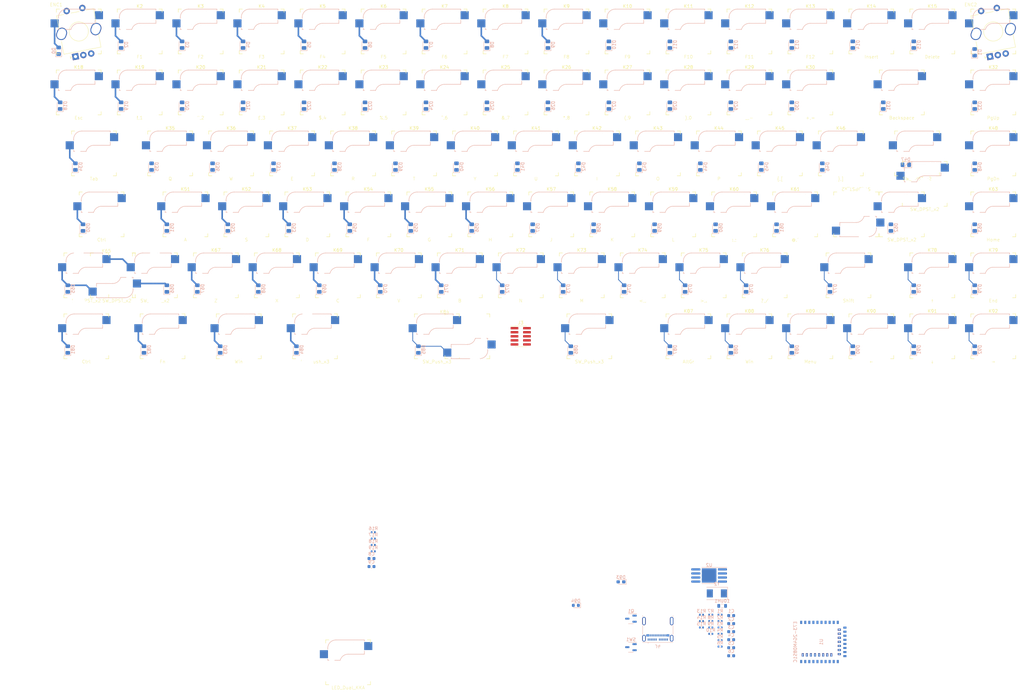
<source format=kicad_pcb>
(kicad_pcb (version 20230913) (generator pcbnew)
  (layers (0 "F.Cu" signal) (31 "B.Cu" signal) (34 "B.Paste" user) (35 "F.Paste" user) (36 "B.SilkS" user "B.Silkscreen") (37 "F.SilkS" user "F.Silkscreen") (38 "B.Mask" user) (39 "F.Mask" user) (44 "Edge.Cuts" user))
  (net 0 "")
  (net 1 "Net-(D0-A)")
  (net 2 "Net-(D1-A)")
  (net 3 "Net-(D2-A)")
  (net 4 "Net-(D3-A)")
  (net 5 "/Row_0")
  (net 6 "/Row_1")
  (net 7 "/Row_2")
  (net 8 "/Row_3")
  (net 9 "/Row_4")
  (net 10 "/Row_5")
  (net 11 "/Col_1")
  (net 12 "/Col_2")
  (net 13 "/Col_3")
  (net 14 "/Col_4")
  (net 15 "/Col_5")
  (net 16 "/Col_6")
  (net 17 "/Col_7")
  (net 18 "/Col_8")
  (net 19 "/Col_9")
  (net 20 "/Col_10")
  (net 21 "/Col_11")
  (net 22 "/Col_12")
  (net 23 "/Col_13")
  (net 24 "/Col_14")
  (net 25 "/Col_15")
  (net 26 "Net-(D4-A)")
  (net 27 "Net-(D5-A)")
  (net 28 "Net-(D6-A)")
  (net 29 "Net-(D7-A)")
  (net 30 "Net-(D8-A)")
  (net 31 "Net-(D9-A)")
  (net 32 "Net-(D10-A)")
  (net 33 "Net-(D11-A)")
  (net 34 "Net-(D12-A)")
  (net 35 "Net-(D13-A)")
  (net 36 "Net-(D14-A)")
  (net 37 "Net-(D15-A)")
  (net 38 "Net-(D18-A)")
  (net 39 "Net-(D19-A)")
  (net 40 "Net-(D20-A)")
  (net 41 "Net-(D21-A)")
  (net 42 "Net-(D22-A)")
  (net 43 "Net-(D23-A)")
  (net 44 "Net-(D24-A)")
  (net 45 "Net-(D25-A)")
  (net 46 "Net-(D26-A)")
  (net 47 "Net-(D27-A)")
  (net 48 "Net-(D28-A)")
  (net 49 "Net-(D29-A)")
  (net 50 "Net-(D30-A)")
  (net 51 "Net-(D31-A)")
  (net 52 "Net-(D32-A)")
  (net 53 "Net-(D34-A)")
  (net 54 "Net-(D35-A)")
  (net 55 "Net-(D36-A)")
  (net 56 "Net-(D37-A)")
  (net 57 "Net-(D38-A)")
  (net 58 "Net-(D39-A)")
  (net 59 "Net-(D40-A)")
  (net 60 "Net-(D41-A)")
  (net 61 "Net-(D42-A)")
  (net 62 "Net-(D43-A)")
  (net 63 "Net-(D44-A)")
  (net 64 "Net-(D45-A)")
  (net 65 "Net-(D46-A)")
  (net 66 "Net-(D47-A)")
  (net 67 "Net-(D48-A)")
  (net 68 "Net-(D50-A)")
  (net 69 "Net-(D51-A)")
  (net 70 "Net-(D52-A)")
  (net 71 "Net-(D53-A)")
  (net 72 "Net-(D54-A)")
  (net 73 "Net-(D55-A)")
  (net 74 "Net-(D56-A)")
  (net 75 "Net-(D57-A)")
  (net 76 "Net-(D58-A)")
  (net 77 "Net-(D59-A)")
  (net 78 "Net-(D60-A)")
  (net 79 "Net-(D61-A)")
  (net 80 "Net-(D62-A)")
  (net 81 "Net-(D63-A)")
  (net 82 "Net-(D65-A)")
  (net 83 "Net-(D66-A)")
  (net 84 "Net-(D67-A)")
  (net 85 "Net-(D68-A)")
  (net 86 "Net-(D69-A)")
  (net 87 "Net-(D70-A)")
  (net 88 "Net-(D71-A)")
  (net 89 "Net-(D72-A)")
  (net 90 "Net-(D73-A)")
  (net 91 "Net-(D74-A)")
  (net 92 "Net-(D75-A)")
  (net 93 "Net-(D76-A)")
  (net 94 "Net-(D77-A)")
  (net 95 "Net-(D78-A)")
  (net 96 "Net-(D79-A)")
  (net 97 "Net-(D81-A)")
  (net 98 "Net-(D82-A)")
  (net 99 "Net-(D83-A)")
  (net 100 "Net-(D84-A)")
  (net 101 "Net-(D85-A)")
  (net 102 "Net-(D86-A)")
  (net 103 "Net-(D87-A)")
  (net 104 "Net-(D88-A)")
  (net 105 "Net-(D89-A)")
  (net 106 "Net-(D90-A)")
  (net 107 "Net-(D91-A)")
  (net 108 "Net-(D92-A)")
  (net 109 "/Enc1_a")
  (net 110 "/Enc1_b")
  (net 111 "GND")
  (net 112 "VDD")
  (net 113 "SWDIO")
  (net 114 "SWDCLK")
  (net 118 "~{RESET}")
  (net 119 "VBUS")
  (net 120 "/CC1")
  (net 121 "USB_D+")
  (net 122 "USB_D-")
  (net 124 "/CC2")
  (net 126 "Net-(U1-USB_D+)")
  (net 127 "Net-(U1-USB_D-)")
  (net 128 "Net-(U1-P0.00{slash}XL1)")
  (net 129 "Net-(U1-P0.01{slash}XL2)")
  (net 130 "Net-(ENC2-PadB)")
  (net 131 "Net-(ENC1-PadA)")
  (net 132 "Net-(ENC1-PadB)")
  (net 133 "Net-(U1-DCCH)")
  (net 134 "Net-(ENC2-PadA)")
  (net 135 "Net-(D93-K)")
  (net 136 "Net-(U1-P0.10{slash}NFC2)")
  (net 141 "VBAT")
  (net 142 "VSYS")
  (net 143 "Net-(Q1-D)")
  (net 144 "Net-(U2-PROG)")
  (net 145 "BAT_MEASURE")
  (net 146 "Net-(LED_BAT1-K2)")
  (net 147 "Net-(LED_BAT1-K1)")
  (footprint "Library:SW_Cherry_MX_1.00u_PCB" (layer "F.Cu") (at 115.265 24.765)
    (property "Reference" "K4")
    (property "Value" "F3")
  )
  (footprint "Library:SW_Cherry_MX_1.00u_PCB" (layer "F.Cu") (at 277.19 62.865)
    (property "Reference" "K45")
    (property "Value" "{,[")
  )
  (footprint "Library:SW_Cherry_MX_1.00u_PCB" (layer "F.Cu") (at 286.715 120.015)
    (property "Reference" "K89")
    (property "Value" "Menu")
  )
  (footprint "Library:SW_Cherry_MX_1.00u_PCB" (layer "F.Cu") (at 196.2275 100.965)
    (property "Reference" "K72")
    (property "Value" "N")
  )
  (footprint "Library:SW_Cherry_MX_1.00u_PCB" (layer "F.Cu") (at 229.565 24.765)
    (property "Reference" "K10")
    (property "Value" "F9")
  )
  (footprint "Library:SW_Cherry_MX_1.00u_PCB" (layer "F.Cu") (at 115.265 43.815)
    (property "Reference" "K21")
    (property "Value" "£,3")
  )
  (footprint "Library:SW_Cherry_MX_1.00u_PCB" (layer "F.Cu") (at 305.765 120.015)
    (property "Reference" "K90")
    (property "Value" "←")
  )
  (footprint "Library:SW_Cherry_MX_1.00u_PCB" (layer "F.Cu") (at 96.215 43.815)
    (property "Reference" "K20")
    (property "Value" "\",2")
  )
  (footprint "Library:SW_Cherry_MX_1.00u_PCB" (layer "F.Cu") (at 324.815 24.765)
    (property "Reference" "K15")
    (property "Value" "Delete")
  )
  (footprint "Library:SW_Cherry_MX_1.00u_PCB" (layer "F.Cu") (at 343.865 81.915)
    (property "Reference" "K63")
    (property "Value" "Home")
  )
  (footprint "Library:SW_Cherry_MX_1.00u_PCB" (layer "F.Cu") (at 215.2775 100.965)
    (property "Reference" "K73")
    (property "Value" "M")
  )
  (footprint "Library:SW_Cherry_MX_1.00u_PCB" (layer "F.Cu") (at 77.165 43.815)
    (property "Reference" "K19")
    (property "Value" "!,1")
  )
  (footprint "Library:SW_Cherry_MX_1.00u_PCB" (layer "F.Cu") (at 105.74 62.865)
    (property "Reference" "K36")
    (property "Value" "W")
  )
  (footprint "Library:SW_Cherry_MX_1.00u_PCB" (layer "F.Cu") (at 286.715 43.815)
    (property "Reference" "K30")
    (property "Value" "+,=")
  )
  (footprint "Library:SW_Cherry_MX_1.00u_PCB" (layer "F.Cu") (at 120.0275 100.965)
    (property "Reference" "K68")
    (property "Value" "X")
  )
  (footprint "Library:SW_Cherry_MX_1.25u_PCB" (layer "F.Cu") (at 108.12125 120.015)
    (property "Reference" "K83" hide)
    (property "Value" "Win" hide)
  )
  (footprint "Library:SW_Cherry_MX_1.25u_PCB" (layer "F.Cu") (at 60.49625 120.015)
    (property "Reference" "K81" hide)
    (property "Value" "Ctrl" hide)
  )
  (footprint "Library:SW_Cherry_MX_1.00u_PCB" (layer "F.Cu") (at 143.84 62.865)
    (property "Reference" "K38")
    (property "Value" "R")
  )
  (footprint "Library:SW_Cherry_MX_1.00u_PCB" (layer "F.Cu") (at 191.465 24.765)
    (property "Reference" "K8")
    (property "Value" "F7")
  )
  (footprint "Library:SW_Cherry_MX_1.00u_PCB" (layer "F.Cu") (at 234.3275 100.965)
    (property "Reference" "K74")
    (property "Value" "<,,")
  )
  (footprint "Library:SW_Cherry_MX_1.00u_PCB" (layer "F.Cu") (at 162.89 62.865)
    (property "Reference" "K39")
    (property "Value" "T")
  )
  (footprint "Library:SW_Cherry_MX_1.00u_PCB" (layer "F.Cu") (at 191.465 43.815)
    (property "Reference" "K25")
    (property "Value" "&,7")
  )
  (footprint "Library:SW_Cherry_MX_1.00u_PCB" (layer "F.Cu") (at 172.415 43.815)
    (property "Reference" "K24")
    (property "Value" "^,6")
  )
  (footprint "Library:SW_Cherry_MX_1.00u_PCB" (layer "F.Cu") (at 200.99 62.865)
    (property "Reference" "K41")
    (property "Value" "U")
  )
  (footprint "Library:SW_Cherry_MX_1.00u_PCB" (layer "F.Cu") (at 77.165 24.765)
    (property "Reference" "K2")
    (property "Value" "F1")
  )
  (footprint "Library:SW_Cherry_MX_1.00u_PCB" (layer "F.Cu") (at 267.665 43.815)
    (property "Reference" "K29")
    (property "Value" "_,-")
  )
  (footprint "Library:SW_Cherry_MX_1.00u_PCB" (layer "F.Cu") (at 324.815 100.965)
    (property "Reference" "K78")
    (property "Value" "↑")
  )
  (footprint "Library:SW_Cherry_MX_1.00u_PCB" (layer "F.Cu") (at 167.6525 81.915)
    (property "Reference" "K55")
    (property "Value" "G")
  )
  (footprint "Library:SW_Cherry_MX_1.00u_PCB" (layer "F.Cu") (at 324.815 120.015)
    (property "Reference" "K91")
    (property "Value" "↓")
  )
  (footprint "Library:SW_Cherry_MX_1.00u_PCB" (layer "F.Cu") (at 305.765 24.765)
    (property "Reference" "K14")
    (property "Value" "Insert")
  )
  (footprint "Library:SW_Cherry_MX_1.00u_PCB" (layer "F.Cu") (at 343.865 43.815)
    (property "Reference" "K32")
    (property "Value" "PgUp")
  )
  (footprint "Library:SW_Cherry_MX_1.00u_PCB" (layer "F.Cu") (at 129.5525 81.915)
    (property "Reference" "K53")
    (property "Value" "D")
  )
  (footprint "Library:SW_Cherry_MX_1.00u_PCB" (layer "F.Cu") (at 272.4275 100.965)
    (property "Reference" "K76")
    (property "Value" "?,/")
  )
  (footprint "Library:SW_Cherry_MX_1.00u_PCB" (layer "F.Cu") (at 177.1775 100.965)
    (property "Reference" "K71")
    (property "Value" "B")
  )
  (footprint "Library:SW_Cherry_MX_1.00u_PCB" (layer "F.Cu") (at 181.94 62.865)
    (property "Reference" "K40")
    (property "Value" "Y")
  )
  (footprint "Library:SW_Cherry_MX_1.00u_PCB" (layer "F.Cu") (at 86.69 62.865)
    (property "Reference" "K35")
    (property "Value" "Q")
  )
  (footprint "Library:SW_Cherry_MX_1.00u_PCB" (layer "F.Cu") (at 258.14 62.865)
    (property "Reference" "K44")
    (property "Value" "P")
  )
  (footprint "Library:SW_Cherry_MX_1.00u_PCB" (layer "F.Cu") (at 296.24 62.865)
    (property "Reference" "K46")
    (property "Value" "},]")
  )
  (footprint "Library:SW_Cherry_MX_1.00u_PCB" (layer "F.Cu") (at 148.6025 81.915)
    (property "Reference" "K54")
    (property "Value" "F")
  )
  (footprint "Library:SW_Cherry_MX_1.00u_PCB" (layer "F.Cu") (at 153.365 24.765)
    (property "Reference" "K6")
    (property "Value" "F5")
  )
  (footprint "Library:SW_Cherry_MX_1.00u_PCB" (layer "F.Cu") (at 239.09 62.865)
    (property "Reference" "K43")
    (property "Value" "O")
  )
  (footprint "Library:SW_Cherry_MX_1.00u_PCB" (layer "F.Cu") (at 224.8025 81.915)
    (property "Reference" "K58")
    (property "Value" "K")
  )
  (footprint "Library:SW_Cherry_MX_2.00u_PCB" (layer "F.Cu") (at 315.29 43.815)
    (property "Reference" "K31" hide)
    (property "Value" "Backspace" hide)
  )
  (footprint "Library:SW_Cherry_MX_1.00u_PCB" (layer "F.Cu") (at 281.9525 81.915)
    (property "Reference" "K61")
    (property "Value" "@,'")
  )
  (footprint "Library:SW_Cherry_MX_1.75u_PCB" (layer "F.Cu") (at 65.25875 81.915)
    (property "Reference" "K50" hide)
    (property "Value" "Ctrl" hide)
  )
  (footprint "Library:SW_Cherry_MX_1.00u_PCB" (layer "F.Cu") (at 210.515 43.815)
    (property "Reference" "K26")
    (property "Value" "*,8")
  )
  (footprint "Library:SW_Cherry_MX_1.00u_PCB" (layer "F.Cu") (at 267.665 24.765)
    (property "Reference" "K12")
    (property "Value" "F11")
  )
  (footprint "Library:SpaceGroup" (layer "F.Cu") (at 179.55375 120.015)
    (property "Reference" "K84")
    (property "Value" "SW_Push_x3")
  )
  (footprint "Library:ISOANSI_Shift" (layer "F.Cu") (at 70.02025 100.965)
    (property "Reference" "K65")
    (property "Value" "SW_DPST_x2")
  )
  (footprint "Library:SW_Cherry_MX_ISOANSIEnter_PCB" (layer "F.Cu") (at 322.43275 72.388)
    (property "Reference" "SW2" hide)
    (property "Value" "SW_DPST_x2" hide)
  )
  (footprint "Library:SW_Cherry_MX_1.00u_PCB" (layer "F.Cu") (at 100.9775 100.965)
    (property "Reference" "K67")
    (property "Value" "Z")
  )
  (footprint "Library:SW_Cherry_MX_1.00u_PCB" (layer "F.Cu") (at 139.0775 100.965)
    (property "Reference" "K69")
    (property "Value" "C")
  )
  (footprint "Library:SW_Cherry_MX_1.00u_PCB" (layer "F.Cu") (at 205.7525 81.915)
    (property "Reference" "K57")
    (property "Value" "J")
  )
  (footprint "Library:SW_Cherry_MX_1.00u_PCB" (layer "F.Cu") (at 253.3775 100.965)
    (property "Reference" "K75")
    (property "Value" ">,.")
  )
  (footprint "Library:SW_Cherry_MX_1.00u_PCB" (layer "F.Cu") (at 248.615 120.015)
    (property "Reference" "K87")
    (property "Value" "AltGr")
  )
  (footprint "Library:SW_Cherry_MX_1.00u_PCB" (layer "F.Cu") (at 172.415 24.765)
    (property "Reference" "K7")
    (property "Value" "F6")
  )
  (footprint "Library:SW_Cherry_MX_1.25u_PCB" (layer "F.Cu") (at 142.286 221.865)
    (property "Reference" "LED_BAT1" hide)
    (property "Value" "LED_Dual_KKA" hide)
  )
  (footprint "Library:SW_Cherry_MX_1.00u_PCB" (layer "F.Cu") (at 58.115 43.815)
    (property "Reference" "K18")
    (property "Value" "Esc")
  )
  (footprint "Library:SW_Cherry_MX_1.00u_PCB" (layer "F.Cu") (at 343.865 100.965)
    (property "Reference" "K79")
    (property "Value" "End")
  )
  (footprint "Library:Encoder_Or_Switch" (layer "F.Cu") (at 58.145 24.766999)
    (property "Reference" "ENC1")
    (property "Value" "~" hide)
  )
  (footprint "Library:SW_Cherry_MX_1.00u_PCB" (layer "F.Cu") (at 134.315 43.815)
    (property "Reference" "K22")
    (property "Value" "$,4")
  )
  (footprint "Connector_PinHeader_1.27mm:PinHeader_2x05_P1.27mm_Vertical_SMD" (layer "F.Cu") (at 196.215 120.005001)
    (property "Reference" "J3")
    (property "Value" "SWD")
  )
  (footprint "Library:SW_Cherry_MX_1.00u_PCB" (layer "F.Cu") (at 286.715 24.765)
    (property "Reference" "K13")
    (property "Value" "F12")
  )
  (footprint "Library:SW_Cherry_MX_1.00u_PCB" (layer "F.Cu") (at 186.7025 81.915)
    (property "Reference" "K56")
    (property "Value" "H")
  )
  (footprint "Library:SW_Cherry_MX_1.00u_PCB" (layer "F.Cu") (at 91.4525 81.915)
    (property "Reference" "K51")
    (property "Value" "A")
  )
  (footprint "Library:SW_Cherry_MX_1.00u_PCB" (layer "F.Cu") (at 153.365 43.815)
    (property "Reference" "K23")
    (property "Value" "%,5")
  )
  (footprint "Library:Encoder_Or_Switch" (layer "F.Cu") (at 343.865 24.767)
    (property "Reference" "ENC2")
    (property "Value" "~" hide)
  )
  (footprint "Library:SW_Cherry_MX_1.00u_PCB" (layer "F.Cu") (at 343.865 62.865)
    (property "Reference" "K48")
    (property "Value" "PgDn")
  )
  (footprint "Library:SW_Cherry_MX_1.00u_PCB" (layer "F.Cu") (at 96.215 24.765)
    (property "Reference" "K3")
    (property "Value" "F2")
  )
  (footprint "Library:SW_Cherry_MX_1.00u_PCB" (layer "F.Cu") (at 229.565 43.815)
    (property "Reference" "K27")
    (property "Value" "(,9")
  )
  (footprint "Library:SW_Cherry_MX_1.00u_PCB" (layer "F.Cu") (at 243.8525 81.915)
    (property "Reference" "K59")
    (property "Value" "L")
  )
  (footprint "Library:SW_Cherry_MX_1.00u_PCB" (layer "F.Cu") (at 134.315 24.765)
    (property "Reference" "K5")
    (property "Value" "F4")
  )
  (footprint "Library:SW_Cherry_MX_1.00u_PCB" (layer "F.Cu") (at 158.1275 100.965)
    (property "Reference" "K70")
    (property "Value" "V")
  )
  (footprint "Library:SW_Cherry_MX_1.00u_PCB" (layer "F.Cu") (at 248.615 43.815)
    (property "Reference" "K28")
    (property "Value" "),0")
  )
  (footprint "Library:SW_Cherry_MX_1.00u_PCB" (layer "F.Cu") (at 248.615 24.765)
    (property "Reference" "K11")
    (property "Value" "F10")
  )
  (footprint "Library:SW_Cherry_MX_1.00u_PCB" (layer "F.Cu") (at 210.515 24.765)
    (property "Reference" "K9")
    (property "Value" "F8")
  )
  (footprint "Library:SW_Cherry_MX_1.00u_PCB" (layer "F.Cu") (at 267.665 120.015)
    (property "Reference" "K88")
    (property "Value" "Win")
  )
  (footprint "Library:SW_Cherry_MX_1.00u_PCB" (layer "F.Cu") (at 124.79 62.865)
    (property "Reference" "K37")
    (property "Value" "E")
  )
  (footprint "Library:SW_Cherry_MX_1.00u_PCB" (layer "F.Cu") (at 262.9025 81.915)
    (property "Reference" "K60")
    (property "Value" ":,;")
  )
  (footprint "Library:SW_Cherry_MX_1.00u_PCB" (layer "F.Cu") (at 220.04 62.865)
    (property "Reference" "K42")
    (property "Value" "I")
  )
  (footprint "Library:SW_Cherry_MX_1.00u_PCB" (layer "F.Cu") (at 110.5025 81.915)
    (property "Reference" "K52")
    (property "Value" "S")
  )
  (footprint "Library:SW_Cherry_MX_1.00u_PCB" (layer "F.Cu") (at 343.865 120.015)
    (property "Reference" "K92")
    (property "Value" "→")
  )
  (footprint "Library:SW_Cherry_MX_1.50u_PCB" (layer "F.Cu") (at 62.8775 62.865)
    (property "Reference" "K34" hide)
    (property "Value" "Tab" hide)
  )
  (footprint "Library:SW_Cherry_MX_1.25u_PCB" (layer "F.Cu") (at 84.30875 120.015)
    (property "Reference" "K82" hide)
    (property "Value" "Fn" hide)
  )
  (footprint "Library:SW_Cherry_MX_1.75u_PCB" (layer "F.Cu") (at 298.62125 100.965)
    (property "Reference" "K77" hide)
    (property "Value" "Shift" hide)
  )
  (footprint "Diode_SMD:D_0805_2012Metric_Pad1.15x1.40mm_HandSolder" (layer "B.Cu") (at 51.847 30.797 90)
    (property "Reference" "D0")
    (property "Value" "D")
  )
  (footprint "Diode_SMD:D_0805_2012Metric_Pad1.15x1.40mm_HandSolder" (layer "B.Cu") (at 104.7025 86.043 90)
    (property "Reference" "D52")
    (property "Value" "D")
  )
  (footprint "Diode_SMD:D_0805_2012Metric_Pad1.15x1.40mm_HandSolder" (layer "B.Cu") (at 78.50875 124.143 90)
    (property "Reference" "D82")
    (property "Value" "D")
  )
  (footprint "Diode_SMD:D_0805_2012Metric_Pad1.15x1.40mm_HandSolder" (layer "B.Cu") (at 185.665 47.943 90)
    (property "Reference" "D25")
    (property "Value" "D")
  )
  (footprint "Diode_SMD:D_0805_2012Metric_Pad1.15x1.40mm_HandSolder" (layer "B.Cu") (at 147.565 28.893 90)
    (property "Reference" "D6")
    (property "Value" "D")
  )
  (footprint "Crystal:Crystal_SMD_0603-2Pin_6.0x3.5mm" (layer "B.Cu") (at 257.496954 200.335 180)
    (property "Reference" "Y2")
    (property "Value" "32.768kHz")
  )
  (footprint "Resistor_SMD:R_0402_1005Metric" (layer "B.Cu") (at 258.506954 216.955 180)
    (property "Reference" "R6")
    (property "Value" "22R")
  )
  (footprint "Diode_SMD:D_0805_2012Metric_Pad1.15x1.40mm_HandSolder" (layer "B.Cu") (at 142.8025 86.043 90)
    (property "Reference" "D54")
    (property "Value" "D")
  )
  (footprint "Diode_SMD:D_0805_2012Metric_Pad1.15x1.40mm_HandSolder" (layer "B.Cu") (at 309.49 47.943 90)
    (property "Reference" "D31")
    (property "Value" "D")
  )
  (footprint "Diode_SMD:D_0805_2012Metric_Pad1.15x1.40mm_HandSolder" (layer "B.Cu") (at 195.19 66.993 90)
    (property "Reference" "D41")
    (property "Value" "D")
  )
  (footprint "Diode_SMD:D_0805_2012Metric_Pad1.15x1.40mm_HandSolder" (layer "B.Cu") (at 99.94 66.993 90)
    (property "Reference" "D36")
    (property "Value" "D")
  )
  (footprint "Resistor_SMD:R_0402_1005Metric" (layer "B.Cu") (at 258.506954 210.985 180)
    (property "Reference" "R3")
    (property "Value" "10k")
  )
  (footprint "Diode_SMD:D_0805_2012Metric_Pad1.15x1.40mm_HandSolder" (layer "B.Cu") (at 299.965 28.893 90)
    (property "Reference" "D14")
    (property "Value" "D")
  )
  (footprint "Diode_SMD:D_0805_2012Metric_Pad1.15x1.40mm_HandSolder" (layer "B.Cu") (at 299.965 124.143 90)
    (property "Reference" "D90")
    (property "Value" "D")
  )
  (footprint "Diode_SMD:D_0805_2012Metric_Pad1.15x1.40mm_HandSolder" (layer "B.Cu") (at 242.815 28.893 90)
    (property "Reference" "D11")
    (property "Value" "D")
  )
  (footprint "Diode_SMD:D_0805_2012Metric_Pad1.15x1.40mm_HandSolder" (layer "B.Cu") (at 242.815 47.943 90)
    (property "Reference" "D28")
    (property "Value" "D")
  )
  (footprint "Diode_SMD:D_0805_2012Metric_Pad1.15x1.40mm_HandSolder" (layer "B.Cu") (at 152.3275 105.093 90)
    (property "Reference" "D70")
    (property "Value" "D")
  )
  (footprint "Diode_SMD:D_0805_2012Metric_Pad1.15x1.40mm_HandSolder" (layer "B.Cu") (at 71.365 28.893 90)
    (property "Reference" "D2")
    (property "Value" "D")
  )
  (footprint "Library:E73-2G4M08S1C-52840" (layer "B.Cu") (at 297.875 215.506 180)
    (property "Reference" "U1")
    (property "Value" "E73-2G4M08S1C")
  )
  (footprint "Resistor_SMD:R_0402_1005Metric" (layer "B.Cu") (at 150.142 183.205 180)
    (property "Reference" "R17")
    (property "Value" "10k")
  )
  (footprint "Diode_SMD:D_0805_2012Metric_Pad1.15x1.40mm_HandSolder" (layer "B.Cu") (at 233.29 66.993 90)
    (property "Reference" "D43")
    (property "Value" "D")
  )
  (footprint "Diode_SMD:D_0603_1608Metric" (layer "B.Cu") (at 213.430954 204.076 180)
    (property "Reference" "D94")
    (property "Value" "D_Schottky")
  )
  (footprint "Resistor_SMD:R_0402_1005Metric" (layer "B.Cu") (at 252.686954 210.985 180)
    (property "Reference" "R15")
    (property "Value" "200")
  )
  (footprint "Diode_SMD:D_0805_2012Metric_Pad1.15x1.40mm_HandSolder" (layer "B.Cu") (at 252.34 66.993 90)
    (property "Reference" "D44")
    (property "Value" "D")
  )
  (footprint "Diode_SMD:D_0805_2012Metric_Pad1.15x1.40mm_HandSolder" (layer "B.Cu") (at 180.9025 86.043 90)
    (property "Reference" "D56")
    (property "Value" "D")
  )
  (footprint "Resistor_SMD:R_0402_1005Metric" (layer "B.Cu") (at 252.686954 208.995 180)
    (property "Reference" "R14")
    (property "Value" "180k")
  )
  (footprint "Diode_SMD:D_0805_2012Metric_Pad1.15x1.40mm_HandSolder" (layer "B.Cu") (at 59.45875 86.043 90)
    (property "Reference" "D50")
    (property "Value" "D")
  )
  (footprint "Resistor_SMD:R_0402_1005Metric" (layer "B.Cu") (at 255.596954 212.975 180)
    (property "Reference" "R10")
    (property "Value" "2k43")
  )
  (footprint "Diode_SMD:D_0805_2012Metric_Pad1.15x1.40mm_HandSolder" (layer "B.Cu") (at 166.615 47.943 90)
    (property "Reference" "D24")
    (property "Value" "D")
  )
  (footprint "Diode_SMD:D_0805_2012Metric_Pad1.15x1.40mm_HandSolder" (layer "B.Cu") (at 292.82125 105.093 90)
    (property "Reference" "D77")
    (property "Value" "D")
  )
  (footprint "Capacitor_SMD:C_0603_1608Metric" (layer "B.Cu") (at 261.966954 217.305 180)
    (property "Reference" "C5")
    (property "Value" "12pF")
  )
  (footprint "Diode_SMD:D_0805_2012Metric_Pad1.15x1.40mm_HandSolder" (layer "B.Cu") (at 290.44 66.993 90)
    (property "Reference" "D46")
    (property "Value" "D")
  )
  (footprint "Diode_SMD:D_0805_2012Metric_Pad1.15x1.40mm_HandSolder" (layer "B.Cu") (at 114.2275 105.093 90)
    (property "Reference" "D68")
    (property "Value" "D")
  )
  (footprint "Diode_SMD:D_0805_2012Metric_Pad1.15x1.40mm_HandSolder" (layer "B.Cu") (at 211.85825 124.143 90)
    (property "Reference" "D86")
    (property "Value" "D")
  )
  (footprint "Diode_SMD:D_0805_2012Metric_Pad1.15x1.40mm_HandSolder" (layer "B.Cu") (at 261.865 124.143 90)
    (property "Reference" "D88")
    (property "Value" "D")
  )
  (footprint "Diode_SMD:D_0805_2012Metric_Pad1.15x1.40mm_HandSolder" (layer "B.Cu") (at 199.9525 86.043 90)
    (property "Reference" "D57")
    (property "Value" "D")
  )
  (footprint "Diode_SMD:D_0805_2012Metric_Pad1.15x1.40mm_HandSolder" (layer "B.Cu") (at 176.14 66.993 90)
    (property "Reference" "D40")
    (property "Value" "D")
  )
  (footprint "Diode_SMD:D_0805_2012Metric_Pad1.15x1.40mm_HandSolder" (layer "B.Cu") (at 147.565 47.943 90)
    (property "Reference" "D23")
    (property "Value" "D")
  )
  (footprint "Diode_SMD:D_0805_2012Metric_Pad1.15x1.40mm_HandSolder" (layer "B.Cu") (at 319.015 105.093 90)
    (property "Reference" "D78")
    (property "Value" "D")
  )
  (footprint "Capacitor_SMD:C_0603_1608Metric" (layer "B.Cu") (at 261.966954 209.775 180)
    (property "Reference" "C2")
    (property "Value" "10nF")
  )
  (footprint "Diode_SMD:D_0805_2012Metric_Pad1.15x1.40mm_HandSolder" (layer "B.Cu") (at 338.035 31.274 90)
    (property "Reference" "D1")
    (property "Value" "D")
  )
  (footprint "Diode_SMD:D_0805_2012Metric_Pad1.15x1.40mm_HandSolder" (layer "B.Cu") (at 316.536 66.40925 180)
    (property "Reference" "D47")
    (property "Value" "D")
  )
  (footprint "Diode_SMD:D_0805_2012Metric_Pad1.15x1.40mm_HandSolder" (layer "B.Cu") (at 190.4275 105.093 90)
    (property "Reference" "D72")
    (property "Value" "D")
  )
  (footprint "Package_TO_SOT_SMD:SOT-23-3" (layer "B.Cu") (at 230.651 208.235 180)
    (property "Reference" "Q1")
    (property "Value" "PMOS")
  )
  (footprint "Diode_SMD:D_0805_2012Metric_Pad1.15x1.40mm_HandSolder" (layer "B.Cu") (at 280.915 47.943 90)
    (property "Reference" "D30")
    (property "Value" "D")
  )
  (footprint "Diode_SMD:D_0805_2012Metric_Pad1.15x1.40mm_HandSolder" (layer "B.Cu") (at 266.6275 105.093 90)
    (property "Reference" "D76")
    (property "Value" "D")
  )
  (footprint "Diode_SMD:D_0805_2012Metric_Pad1.15x1.40mm_HandSolder" (layer "B.Cu") (at 138.04 66.993 90)
    (property "Reference" "D38")
    (property "Value" "D")
  )
  (footprint "Diode_SMD:D_0805_2012Metric_Pad1.15x1.40mm_HandSolder" (layer "B.Cu") (at 54.69625 124.143 90)
    (property "Reference" "D81")
    (property "Value" "D")
  )
  (footprint "Capacitor_SMD:C_0603_1608Metric" (layer "B.Cu") (at 261.966954 212.285 180)
    (property "Reference" "C3")
    (property "Value" "10uF")
  )
  (footprint "Diode_SMD:D_0805_2012Metric_Pad1.15x1.40mm_HandSolder" (layer "B.Cu") (at 242.815 124.143 90)
    (property "Reference" "D87")
    (property "Value" "D")
  )
  (footprint "Diode_SMD:D_0805_2012Metric_Pad1.15x1.40mm_HandSolder" (layer "B.Cu") (at 185.665 28.893 90)
    (property "Reference" "D8")
    (property "Value" "D")
  )
  (footprint "Diode_SMD:D_0805_2012Metric_Pad1.15x1.40mm_HandSolder" (layer "B.Cu") (at 219.0025 86.043 90)
    (property "Reference" "D58")
    (property "Value" "D")
  )
  (footprint "Diode_SMD:D_0805_2012Metric_Pad1.15x1.40mm_HandSolder" (layer "B.Cu") (at 109.465 47.943 90)
    (property "Reference" "D21")
    (property "Value" "D")
  )
  (footprint "Diode_SMD:D_0805_2012Metric_Pad1.15x1.40mm_HandSolder" (layer "B.Cu") (at 204.715 28.893 90)
    (property "Reference" "D9")
    (property "Value" "D")
  )
  (footprint "Connector_USB:USB_C_Receptacle_Molex_105450-0101" (layer "B.Cu") (at 239.051 211.535)
    (property "Reference" "J4")
    (property "Value" "USB")
  )
  (footprint "Diode_SMD:D_0805_2012Metric_Pad1.15x1.40mm_HandSolder" (layer "B.Cu") (at 128.515 28.893 90)
    (property "Reference" "D5")
    (property "Value" "D")
  )
  (footprint "Diode_SMD:D_0805_2012Metric_Pad1.15x1.40mm_HandSolder" (layer "B.Cu") (at 280.915 124.143 90)
    (property "Reference" "D89")
    (property "Value" "D")
  )
  (footprint "Capacitor_SMD:C_0603_1608Metric" (layer "B.Cu") (at 149.592 189.435 180)
    (property "Reference" "C8")
    (property "Value" "10nF")
  )
  (footprint "Package_SO:SOP-8-1EP_4.57x4.57mm_P1.27mm_EP4.57x4.45mm" (layer "B.Cu") (at 255.076954 194.735 180)
    (property "Reference" "U2")
    (property "Value" "TP4056")
  )
  (footprint "Diode_SMD:D_0805_2012Metric_Pad1.15x1.40mm_HandSolder" (layer "B.Cu") (at 85.6515 105.093 90)
    (property "Reference" "D66")
    (property "Value" "D")
  )
  (footprint "Diode_SMD:D_0805_2012Metric_Pad1.15x1.40mm_HandSolder" (layer "B.Cu") (at 109.465 28.893 90)
    (property "Reference" "D4")
    (property "Value" "D")
  )
  (footprint "Diode_SMD:D_0805_2012Metric_Pad1.15x1.40mm_HandSolder" (layer "B.Cu") (at 261.865 28.893 90)
    (property "Reference" "D12")
    (property "Value" "D")
  )
  (footprint "Resistor_SMD:R_0402_1005Metric" (layer "B.Cu") (at 255.596954 207.005 180)
    (property "Reference" "R7")
    (property "Value" "22R")
  )
  (footprint "Diode_SMD:D_0805_2012Metric_Pad1.15x1.40mm_HandSolder" (layer "B.Cu") (at 319.015 124.143 90)
    (property "Reference" "D91")
    (property "Value" "D")
  )
  (footprint "Resistor_SMD:R_0402_1005Metric" (layer "B.Cu") (at 150.142 187.185 180)
    (property "Reference" "R19")
    (property "Value" "10k")
  )
  (footprint "Diode_SMD:D_0805_2012Metric_Pad1.15x1.40mm_HandSolder" (layer "B.Cu") (at 166.615 28.893 90)
    (property "Reference" "D7")
    (property "Value" "D")
  )
  (footprint "Diode_SMD:D_0805_2012Metric_Pad1.15x1.40mm_HandSolder" (layer "B.Cu") (at 261.865 47.943 90)
    (property "Reference" "D29")
    (property "Value" "D")
  )
  (footprint "Resistor_SMD:R_0402_1005Metric" (layer "B.Cu") (at 255.596954 208.995 180)
    (property "Reference" "R8")
    (property "Value" "10k")
  )
  (footprint "Diode_SMD:D_0805_2012Metric_Pad1.15x1.40mm_HandSolder" (layer "B.Cu") (at 338.065 47.943 90)
    (property "Reference" "D32")
    (property "Value" "D")
  )
  (footprint "Diode_SMD:D_0805_2012Metric_Pad1.15x1.40mm_HandSolder" (layer "B.Cu") (at 204.715 47.943 90)
    (property "Reference" "D26")
    (property "Value" "D")
  )
  (footprint "Diode_SMD:D_0805_2012Metric_Pad1.15x1.40mm_HandSolder" (layer "B.Cu") (at 161.8525 86.043 90)
    (property "Reference" "D55")
    (property "Value" "D")
  )
  (footprint "Diode_SMD:D_0805_2012Metric_Pad1.15x1.40mm_HandSolder" (layer "B.Cu") (at 157.09 66.993 90)
    (property "Reference" "D39")
    (property "Value" "D")
  )
  (footprint "Diode_SMD:D_0805_2012Metric_Pad1.15x1.40mm_HandSolder" (layer "B.Cu") (at 271.39 66.993 90)
    (property "Reference" "D45")
    (property "Value" "D")
  )
  (footprint "Diode_SMD:D_0805_2012Metric_Pad1.15x1.40mm_HandSolder" (layer "B.Cu") (at 85.6525 86.043 90)
    (property "Reference" "D51")
    (property "Value" "D")
  )
  (footprint "Diode_SMD:D_0805_2012Metric_Pad1.15x1.40mm_HandSolder" (layer "B.Cu") (at 54.69625 105.093 90)
    (property "Reference" "D65")
    (property "Value" "D")
  )
  (footprint "Diode_SMD:D_0805_2012Metric_Pad1.15x1.40mm_HandSolder" (layer "B.Cu") (at 238.0525 86.043 90)
    (property "Reference" "D59")
    (property "Value" "D")
  )
  (footprint "Diode_SMD:D_0805_2012Metric_Pad1.15x1.40mm_HandSolder" (layer "B.Cu") (at 276.1525 86.043 90)
    (property "Reference" "D61")
    (property "Value" "D")
  )
  (footprint "Diode_SMD:D_0805_2012Metric_Pad1.15x1.40mm_HandSolder" (layer "B.Cu") (at 90.415 47.943 90)
    (property "Reference" "D20")
    (property "Value" "D")
  )
  (footprint "Diode_SMD:D_0805_2012Metric_Pad1.15x1.40mm_HandSolder" (layer "B.Cu") (at 338.065 105.093 90)
    (property "Reference" "D79")
    (property "Value" "D")
  )
  (footprint "Inductor_SMD:L_0805_2012Metric" (layer "B.Cu") (at 259.146954 204.235 180)
    (property "Reference" "10uH1")
    (property "Value" "L")
  )
  (footprint "Diode_SMD:D_0805_2012Metric_Pad1.15x1.40mm_HandSolder" (layer "B.Cu") (at 280.915 28.893 90)
    (property "Reference" "D13")
    (property "Value" "D")
  )
  (footprint "Diode_SMD:D_0805_2012Metric_Pad1.15x1.40mm_HandSolder" (layer "B.Cu") (at 95.1775 105.093 90)
    (property "Reference" "D67")
    (property "Value" "D")
  )
  (footprint "Capacitor_SMD:C_0603_1608Metric" (layer "B.Cu") (at 149.592 191.945 180)
    (property "Reference" "C9")
    (property "Value" "10nF")
  )
  (footprint "Resistor_SMD:R_0402_1005Metric" (layer "B.Cu") (at 258.506954 214.965 180)
    (property "Reference" "R5")
    (property "Value" "5.1k")
  )
  (footprint "Resistor_SMD:R_0402_1005Metric" (layer "B.Cu") (at 258.506954 208.995 180)
    (property "Reference" "R2")
    (property "Value" "10k")
  )
  (footprint "LED_SMD:LED_0603_1608Metric_Pad1.05x0.95mm_HandSolder" (layer "B.Cu") (at 227.541954 196.724 180)
    (property "Reference" "D93")
    (property "Value" "LED")
  )
  (footprint "Diode_SMD:D_0805_2012Metric_Pad1.15x1.40mm_HandSolder" (layer "B.Cu") (at 338.065 86.043 90)
    (property "Reference" "D63")
    (property "Value" "D")
  )
  (footprint "Resistor_SMD:R_0402_1005Metric" (layer "B.Cu") (at 255.596954 210.985 180)
    (property "Reference" "R9")
    (property "Value" "100k")
  )
  (footprint "Diode_SMD:D_0805_2012Metric_Pad1.15x1.40mm_HandSolder" (layer "B.Cu") (at 223.765 28.893 90)
    (property "Reference" "D10")
    (property "Value" "D")
  )
  (footprint "Diode_SMD:D_0805_2012Metric_Pad1.15x1.40mm_HandSolder" (layer "B.Cu") (at 214.24 66.993 90)
    (property "Reference" "D42")
    (property "Value" "D")
  )
  (footprint "Diode_SMD:D_0805_2012Metric_Pad1.15x1.40mm_HandSolder" (layer "B.Cu") (at 311.8695 86.043 90)
    (property "Reference" "D62")
    (property "Value" "D")
  )
  (footprint "Diode_SMD:D_0805_2012Metric_Pad1.15x1.40mm_HandSolder" (layer "B.Cu") (at 209.4775 105.093 90)
    (property "Reference" "D73")
    (property "Value" "D")
  )
  (footprint "Diode_SMD:D_0805_2012Metric_Pad1.15x1.40mm_HandSolder" (layer "B.Cu") (at 52.315 47.943 90)
    (property "Reference" "D18")
    (property "Value" "D")
  )
  (footprint "Resistor_SMD:R_0402_1005Metric" (layer "B.Cu") (at 252.686954 207.005 180)
    (property "Reference" "R13")
    (property "Value" "220k")
  )
  (footprint "Diode_SMD:D_0805_2012Metric_Pad1.15x1.40mm_HandSolder" (layer "B.Cu") (at 228.5275 105.093 90)
    (property "Reference" "D74")
    (property "Value" "D")
  )
  (footprint "Diode_SMD:D_0805_2012Metric_Pad1.15x1.40mm_HandSolder" (layer "B.Cu") (at 90.415 28.893 90)
    (property "Reference" "D3")
    (property "Value" "D")
  )
  (footprint "Resistor_SMD:R_0402_1005Metric" (layer "B.Cu") (at 150.142 185.195 180)
    (property "Reference" "R18")
    (property "Value" "10k")
  )
  (footprint "Diode_SMD:D_0805_2012Metric_Pad1.15x1.40mm_HandSolder" (layer "B.Cu") (at 126.13375 124.143 90)
    (property "Reference" "D84")
    (property "Value" "D")
  )
  (footprint "Diode_SMD:D_0805_2012Metric_Pad1.15x1.40mm_HandSolder" (layer "B.Cu") (at 133.2775 105.093 90)
    (property "Reference" "D69")
    (property "Value" "D")
  )
  (footprint "Diode_SMD:D_0805_2012Metric_Pad1.15x1.40mm_HandSolder" (layer "B.Cu") (at 338.065 66.993 90)
    (property "Reference" "D48")
    (property "Value" "D")
  )
  (footprint "Resistor_SMD:R_0402_1005Metric" (layer "B.Cu") (at 258.506954 207.005 180)
    (property "Reference" "R1")
    (property "Value" "10k")
  )
  (footprint "Diode_SMD:D_0805_2012Metric_Pad1.15x1.40mm_HandSolder" (layer "B.Cu") (at 123.7525 86.043 90)
    (property "Reference" "D53")
    (property "Value" "D")
  )
  (footprint "Diode_SMD:D_0805_2012Metric_Pad1.15x1.40mm_HandSolder" (layer "B.Cu") (at 164.23325 124.143 90)
    (property "Reference" "D85")
    (property "Value" "D")
  )
  (footprint "Package_TO_SOT_SMD:SOT-23-3" (layer "B.Cu") (at 230.651 217.135 180)
    (property "Reference" "SW1")
    (property "Value" "SW_SPST")
  )
  (footprint "Diode_SMD:D_0805_2012Metric_Pad1.15x1.40mm_HandSolder" (layer "B.Cu") (at 80.89 66.993 90)
    (property "Reference" "D35")
    (property "Value" "D")
  )
  (footprint "Diode_SMD:D_0805_2012Metric_Pad1.15x1.40mm_HandSolder" (layer "B.Cu") (at 338.065 124.143 90)
    (property "Reference" "D92")
    (property "Value" "D")
  )
  (footprint "Diode_SMD:D_0805_2012Metric_Pad1.15x1.40mm_HandSolder" (layer "B.Cu") (at 118.99 66.993 90)
    (property "Reference" "D37")
    (property "Value" "D")
  )
  (footprint "Resistor_SMD:R_0402_1005Metric" (layer "B.Cu") (at 150.142 181.215 180)
    (property "Reference" "R16")
    (property "Value" "10k")
  )
  (footprint "Capacitor_SMD:C_0603_1608Metric" (layer "B.Cu") (at 261.966954 214.795 180)
    (property "Reference" "C4")
    (property "Value" "10uF")
  )
  (footprint "Resistor_SMD:R_0402_1005Metric" (layer "B.Cu") (at 258.506954 212.975 180)
    (property "Reference" "R4")
    (property "Value" "5.1k")
  )
  (footprint "Diode_SMD:D_0805_2012Metric_Pad1.15x1.40mm_HandSolder" (layer "B.Cu") (at 102.32125 124.143 90)
    (property "Reference" "D83")
    (property "Value" "D")
  )
  (footprint "Diode_SMD:D_0805_2012Metric_Pad1.15x1.40mm_HandSolder" (layer "B.Cu") (at 71.365 47.943 90)
    (property "Reference" "D19")
    (property "Value" "D")
  )
  (footprint "Diode_SMD:D_0805_2012Metric_Pad1.15x1.40mm_HandSolder" (layer "B.Cu") (at 319.015 28.893 90)
    (property "Reference" "D15")
    (property "Value" "D")
  )
  (footprint "Diode_SMD:D_0805_2012Metric_Pad1.15x1.40mm_HandSolder" (layer "B.Cu") (at 247.5775 105.093 90)
    (property "Reference" "D75")
    (property "Value" "D")
  )
  (footprint "Diode_SMD:D_0805_2012Metric_Pad1.15x1.40mm_HandSolder" (layer "B.Cu") (at 57.0775 66.993 90)
    (property "Reference" "D34")
    (property "Value" "D")
  )
  (footprint "Diode_SMD:D_0805_2012Metric_Pad1.15x1.40mm_HandSolder" (layer "B.Cu") (at 128.515 47.943 90)
    (property "Reference" "D22")
    (property "Value" "D")
  )
  (footprint "Diode_SMD:D_0805_2012Metric_Pad1.15x1.40mm_HandSolder" (layer "B.Cu") (at 171.3775 105.093 90)
    (property "Reference" "D71")
    (property "Value" "D")
  )
  (footprint "Capacitor_SMD:C_0603_1608Metric" (layer "B.Cu") (at 261.966954 219.815 180)
    (property "Reference" "C6")
    (property "Value" "12pF")
  )
  (footprint "Diode_SMD:D_0805_2012Metric_Pad1.15x1.40mm_HandSolder" (layer "B.Cu") (at 257.1025 86.043 90)
    (property "Reference" "D60")
    (property "Value" "D")
  )
  (footprint "Diode_SMD:D_0805_2012Metric_Pad1.15x1.40mm_HandSolder" (layer "B.Cu") (at 223.765 47.943 90)
    (property "Reference" "D27")
    (property "Value" "D")
  )
  (footprint "Capacitor_SMD:C_0603_1608Metric" (layer "B.Cu") (at 261.966954 207.265 180)
    (property "Reference" "C1")
    (property "Value" "10nF")
  )
  (segment (start 50.585 28.51) (end 51.847 29.772) (width 0.5) (layer "B.Cu") (net 1))
  (segment (start 50.585 22.227) (end 50.585 28.51) (width 0.5) (layer "B.Cu") (net 1))
  (segment (start 69.605 26.108) (end 71.365 27.868) (width 0.5) (layer "B.Cu") (net 3))
  (segment (start 69.605 22.225001) (end 69.605 26.108) (width 0.5) (layer "B.Cu") (net 3))
  (segment (start 88.655 26.108) (end 90.415 27.868) (width 0.5) (layer "B.Cu") (net 4))
  (segment (start 88.655 22.225001) (end 88.655 26.108) (width 0.5) (layer "B.Cu") (net 4))
  (segment (start 71.827499 95.886) (end 74.3665 98.425001) (width 0.5) (layer "B.Cu") (net 11))
  (segment (start 66.7885 95.886) (end 71.827499 95.886) (width 0.5) (layer "B.Cu") (net 11))
  (segment (start 107.705 26.108) (end 109.465 27.868) (width 0.5) (layer "B.Cu") (net 26))
  (segment (start 107.705 22.225001) (end 107.705 26.108) (width 0.5) (layer "B.Cu") (net 26))
  (segment (start 126.755 26.108) (end 128.515 27.868) (width 0.5) (layer "B.Cu") (net 27))
  (segment (start 126.755 22.225001) (end 126.755 26.108) (width 0.5) (layer "B.Cu") (net 27))
  (segment (start 145.805 22.225001) (end 145.805 26.108) (width 0.5) (layer "B.Cu") (net 28))
  (segment (start 145.805 26.108) (end 147.565 27.868) (width 0.5) (layer "B.Cu") (net 28))
  (segment (start 164.855 22.225001) (end 164.855 26.108) (width 0.5) (layer "B.Cu") (net 29))
  (segment (start 164.855 26.108) (end 166.615 27.868) (width 0.5) (layer "B.Cu") (net 29))
  (segment (start 183.905 22.225001) (end 183.905 26.108) (width 0.5) (layer "B.Cu") (net 30))
  (segment (start 183.905 26.108) (end 185.665 27.868) (width 0.5) (layer "B.Cu") (net 30))
  (segment (start 202.955 22.225001) (end 202.955 26.108) (width 0.5) (layer "B.Cu") (net 31))
  (segment (start 202.955 26.108) (end 204.715 27.868) (width 0.5) (layer "B.Cu") (net 31))
  (segment (start 50.555 41.275001) (end 50.555 45.158) (width 0.5) (layer "B.Cu") (net 38))
  (segment (start 50.555 45.158) (end 52.315 46.918) (width 0.5) (layer "B.Cu") (net 38))
  (segment (start 69.605 45.158) (end 71.365 46.918) (width 0.5) (layer "B.Cu") (net 39))
  (segment (start 69.605 41.275001) (end 69.605 45.158) (width 0.5) (layer "B.Cu") (net 39))
  (segment (start 55.3175 64.208) (end 57.0775 65.968) (width 0.5) (layer "B.Cu") (net 53))
  (segment (start 55.3175 60.325) (end 55.3175 64.208) (width 0.5) (layer "B.Cu") (net 53))
  (segment (start 57.69875 79.375) (end 57.69875 83.258) (width 0.5) (layer "B.Cu") (net 68))
  (segment (start 57.69875 83.258) (end 59.45875 85.018) (width 0.5) (layer "B.Cu") (net 68))
  (segment (start 83.8925 83.258) (end 85.6525 85.018) (width 0.5) (layer "B.Cu") (net 69))
  (segment (start 83.8925 79.375001) (end 83.8925 83.258) (width 0.5) (layer "B.Cu") (net 69))
  (segment (start 102.9425 79.375001) (end 102.9425 83.258) (width 0.5) (layer "B.Cu") (net 70))
  (segment (start 102.9425 83.258) (end 104.7025 85.018) (width 0.5) (layer "B.Cu") (net 70))
  (segment (start 121.9925 79.375001) (end 121.9925 83.258) (width 0.5) (layer "B.Cu") (net 71))
  (segment (start 121.9925 83.258) (end 123.7525 85.018) (width 0.5) (layer "B.Cu") (net 71))
  (segment (start 141.0425 79.375001) (end 141.0425 83.258) (width 0.5) (layer "B.Cu") (net 72))
  (segment (start 141.0425 83.258) (end 142.8025 85.018) (width 0.5) (layer "B.Cu") (net 72))
  (segment (start 160.0925 79.375001) (end 160.0925 83.258) (width 0.5) (layer "B.Cu") (net 73))
  (segment (start 160.0925 83.258) (end 161.8525 85.018) (width 0.5) (layer "B.Cu") (net 73))
  (segment (start 179.1425 79.375001) (end 179.1425 83.258) (width 0.5) (layer "B.Cu") (net 74))
  (segment (start 179.1425 83.258) (end 180.9025 85.018) (width 0.5) (layer "B.Cu") (net 74))
  (segment (start 52.9385 98.426) (end 52.9385 102.31025) (width 0.5) (layer "B.Cu") (net 82))
  (segment (start 60.48325 104.068) (end 54.69625 104.068) (width 0.5) (layer "B.Cu") (net 82))
  (segment (start 52.9385 102.31025) (end 54.69625 104.068) (width 0.5) (layer "B.Cu") (net 82))
  (segment (start 62.46025 106.045) (end 60.48325 104.068) (width 0.5) (layer "B.Cu") (net 82))
  (segment (start 85.0885 103.505) (end 85.6515 104.068) (width 0.5) (layer "B.Cu") (net 83))
  (segment (start 76.31025 103.505) (end 85.0885 103.505) (width 0.5) (layer "B.Cu") (net 83))
  (segment (start 93.4175 102.308) (end 95.1775 104.068) (width 0.5) (layer "B.Cu") (net 84))
  (segment (start 93.4175 98.425001) (end 93.4175 102.308) (width 0.5) (layer "B.Cu") (net 84))
  (segment (start 112.4675 102.308) (end 114.2275 104.068) (width 0.5) (layer "B.Cu") (net 85))
  (segment (start 112.4675 98.425001) (end 112.4675 102.308) (width 0.5) (layer "B.Cu") (net 85))
  (segment (start 131.5175 102.308) (end 133.2775 104.068) (width 0.5) (layer "B.Cu") (net 86))
  (segment (start 131.5175 98.425001) (end 131.5175 102.308) (width 0.5) (layer "B.Cu") (net 86))
  (segment (start 152.3275 104.068) (end 150.5675 102.308) (width 0.5) (layer "B.Cu") (net 87))
  (segment (start 150.5675 102.308) (end 150.5675 98.425001) (width 0.5) (layer "B.Cu") (net 87))
  (segment (start 169.6175 102.308) (end 169.6175 98.425001) (width 0.5) (layer "B.Cu") (net 88))
  (segment (start 171.3775 104.068) (end 169.6175 102.308) (width 0.5) (layer "B.Cu") (net 88))
  (segment (start 190.4275 104.068) (end 188.6675 102.308) (width 0.25) (layer "B.Cu") (net 89))
  (segment (start 188.6675 102.308) (end 188.6675 98.425001) (width 0.25) (layer "B.Cu") (net 89))
  (segment (start 209.4775 104.068) (end 207.7175 102.308) (width 0.25) (layer "B.Cu") (net 90))
  (segment (start 207.7175 102.308) (end 207.7175 98.425001) (width 0.25) (layer "B.Cu") (net 90))
  (segment (start 228.5275 104.068) (end 226.7675 102.308) (width 0.25) (layer "B.Cu") (net 91))
  (segment (start 226.7675 102.308) (end 226.7675 98.425001) (width 0.25) (layer "B.Cu") (net 91))
  (segment (start 245.8175 102.308) (end 245.8175 98.425001) (width 0.25) (layer "B.Cu") (net 92))
  (segment (start 247.5775 104.068) (end 245.8175 102.308) (width 0.25) (layer "B.Cu") (net 92))
  (segment (start 264.8675 102.308) (end 264.8675 98.425001) (width 0.25) (layer "B.Cu") (net 93))
  (segment (start 266.6275 104.068) (end 264.8675 102.308) (width 0.25) (layer "B.Cu") (net 93))
  (segment (start 291.06125 102.308) (end 291.06125 98.425) (width 0.25) (layer "B.Cu") (net 94))
  (segment (start 292.82125 104.068) (end 291.06125 102.308) (width 0.25) (layer "B.Cu") (net 94))
  (segment (start 317.255 102.308) (end 317.255 98.425001) (width 0.25) (layer "B.Cu") (net 95))
  (segment (start 319.015 104.068) (end 317.255 102.308) (width 0.25) (layer "B.Cu") (net 95))
  (segment (start 338.065 104.068) (end 336.305 102.308) (width 0.25) (layer "B.Cu") (net 96))
  (segment (start 336.305 102.308) (end 336.305 98.425001) (width 0.25) (layer "B.Cu") (net 96))
  (segment (start 52.93625 121.358) (end 54.69625 123.118) (width 0.5) (layer "B.Cu") (net 97))
  (segment (start 52.93625 117.475) (end 52.93625 121.358) (width 0.5) (layer "B.Cu") (net 97))
  (segment (start 76.74875 117.475) (end 76.74875 121.358) (width 0.5) (layer "B.Cu") (net 98))
  (segment (start 76.74875 121.358) (end 78.50875 123.118) (width 0.5) (layer "B.Cu") (net 98))
  (segment (start 100.56125 117.475) (end 100.56125 121.358) (width 0.5) (layer "B.Cu") (net 99))
  (segment (start 100.56125 121.358) (end 102.32125 123.118) (width 0.5) (layer "B.Cu") (net 99))
  (segment (start 124.3725 117.474) (end 124.3725 121.35675) (width 0.5) (layer "B.Cu") (net 100))
  (segment (start 124.3725 121.35675) (end 126.13375 123.118) (width 0.5) (layer "B.Cu") (net 100))
  (segment (start 162.46875 121.3535) (end 164.23325 123.118) (width 0.25) (layer "B.Cu") (net 101))
  (segment (start 162.46875 117.475) (end 162.46875 121.3535) (width 0.25) (layer "B.Cu") (net 101))
  (segment (start 171.28675 123.118) (end 173.26375 125.095) (width 0.25) (layer "B.Cu") (net 101))
  (segment (start 164.23325 123.118) (end 171.28675 123.118) (width 0.25) (layer "B.Cu") (net 101))
  (segment (start 210.09375 121.3535) (end 210.09375 117.475) (width 0.25) (layer "B.Cu") (net 102))
  (segment (start 211.85825 123.118) (end 210.09375 121.3535) (width 0.25) (layer "B.Cu") (net 102))
  (segment (start 241.055 121.358) (end 242.815 123.118) (width 0.25) (layer "B.Cu") (net 103))
  (segment (start 241.055 117.475001) (end 241.055 121.358) (width 0.25) (layer "B.Cu") (net 103))
  (segment (start 260.105 117.475001) (end 260.105 121.358) (width 0.25) (layer "B.Cu") (net 104))
  (segment (start 260.105 121.358) (end 261.865 123.118) (width 0.25) (layer "B.Cu") (net 104))
  (segment (start 279.155 121.358) (end 280.915 123.118) (width 0.25) (layer "B.Cu") (net 105))
  (segment (start 279.155 117.475001) (end 279.155 121.358) (width 0.25) (layer "B.Cu") (net 105))
  (segment (start 298.205 117.475001) (end 298.205 121.358) (width 0.25) (layer "B.Cu") (net 106))
  (segment (start 298.205 121.358) (end 299.965 123.118) (width 0.25) (layer "B.Cu") (net 106))
  (segment (start 317.255 117.475001) (end 317.255 121.358) (width 0.25) (layer "B.Cu") (net 107))
  (segment (start 317.255 121.358) (end 319.015 123.118) (width 0.25) (layer "B.Cu") (net 107))
  (segment (start 336.305 121.358) (end 336.305 117.475001) (width 0.25) (layer "B.Cu") (net 108))
  (segment (start 338.065 123.118) (end 336.305 121.358) (width 0.25) (layer "B.Cu") (net 108))
)
</source>
